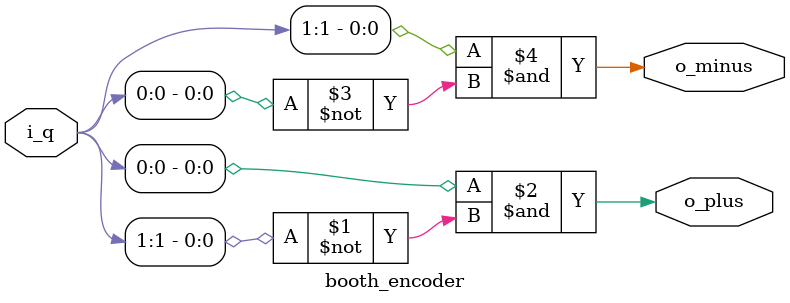
<source format=sv>
module booth_encoder
(
  input [1:0] i_q,

  output o_plus,
  output o_minus
);

  assign o_plus = i_q[0] & ~i_q[1];
  assign o_minus = i_q[1] & ~i_q[0];

endmodule

</source>
